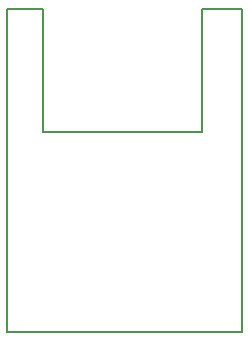
<source format=gm1>
G04 #@! TF.GenerationSoftware,KiCad,Pcbnew,(5.0.1)-3*
G04 #@! TF.CreationDate,2018-10-30T18:00:54+11:00*
G04 #@! TF.ProjectId,SoManySwitches-ClientBoard,536F4D616E7953776974636865732D43,rev?*
G04 #@! TF.SameCoordinates,PX8d4855cPY6bf9b94*
G04 #@! TF.FileFunction,Profile,NP*
%FSLAX46Y46*%
G04 Gerber Fmt 4.6, Leading zero omitted, Abs format (unit mm)*
G04 Created by KiCad (PCBNEW (5.0.1)-3) date 30/10/2018 6:00:54 PM*
%MOMM*%
%LPD*%
G01*
G04 APERTURE LIST*
%ADD10C,0.150000*%
G04 APERTURE END LIST*
D10*
X-63500Y27368500D02*
X2984500Y27368500D01*
X-63500Y0D02*
X-63500Y27368500D01*
X19875500Y0D02*
X-63500Y0D01*
X19875500Y27368500D02*
X19875500Y0D01*
X16446500Y27368500D02*
X19875500Y27368500D01*
X16446500Y16954500D02*
X16446500Y27368500D01*
X2984500Y16954500D02*
X16446500Y16954500D01*
X2984500Y27368500D02*
X2984500Y16954500D01*
M02*

</source>
